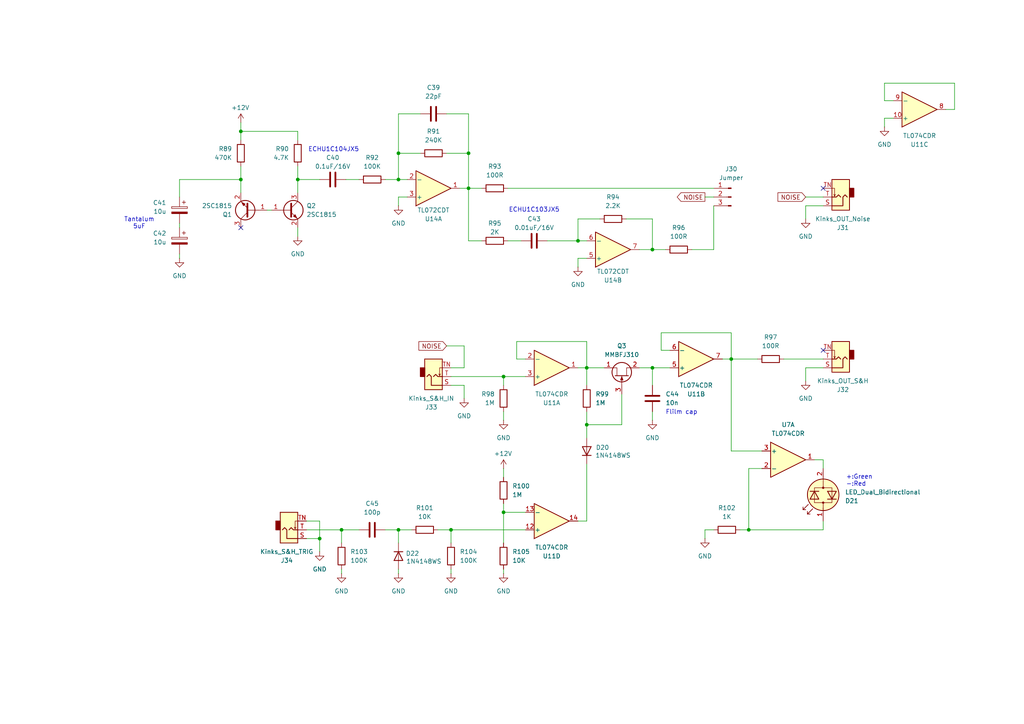
<source format=kicad_sch>
(kicad_sch (version 20250114) (generator "eeschema") (generator_version "9.0")
  (paper "A4")
  (title_block (title "Sample and hold") (date "2025-07-31") (rev "2.1") (company "StudioKAT"))
  (lib_symbols
    (symbol "Amplifier_Operational:TL072" (pin_names (offset 0.127))
      (property "Reference" "U" (at 0 5.08 0))
      (property "Value" "TL072" (at 0 -5.08 0))
      (symbol "TL072_1_1"
        (polyline (pts (xy -5.08 5.08) (xy 5.08 0) (xy -5.08 -5.08) (xy -5.08 5.08)) (stroke (width 0.254)) (fill (type background)))
        (pin input line (at -7.62 2.54 0) (length 2.54) (name "+") (number "3"))
        (pin input line (at -7.62 -2.54 0) (length 2.54) (name "-") (number "2"))
        (pin output line (at 7.62 0 180) (length 2.54) (name "~") (number "1"))
      )
      (symbol "TL072_2_1"
        (polyline (pts (xy -5.08 5.08) (xy 5.08 0) (xy -5.08 -5.08) (xy -5.08 5.08)) (stroke (width 0.254)) (fill (type background)))
        (pin input line (at -7.62 2.54 0) (length 2.54) (name "+") (number "5"))
        (pin input line (at -7.62 -2.54 0) (length 2.54) (name "-") (number "6"))
        (pin output line (at 7.62 0 180) (length 2.54) (name "~") (number "7"))
      )
      (symbol "TL072_3_1"
        (pin power_in line (at -2.54 7.62 270) (length 3.81) (name "V+") (number "8"))
        (pin power_in line (at -2.54 -7.62 90) (length 3.81) (name "V-") (number "4"))
      )
    )
    (symbol "Amplifier_Operational:TL074" (pin_names (offset 0.127))
      (property "Reference" "U" (at 0 5.08 0))
      (property "Value" "TL074" (at 0 -5.08 0))
      (symbol "TL074_1_1"
        (polyline (pts (xy -5.08 5.08) (xy 5.08 0) (xy -5.08 -5.08) (xy -5.08 5.08)) (stroke (width 0.254)) (fill (type background)))
        (pin input line (at -7.62 2.54 0) (length 2.54) (name "+") (number "3"))
        (pin input line (at -7.62 -2.54 0) (length 2.54) (name "-") (number "2"))
        (pin output line (at 7.62 0 180) (length 2.54) (name "~") (number "1"))
      )
      (symbol "TL074_2_1"
        (polyline (pts (xy -5.08 5.08) (xy 5.08 0) (xy -5.08 -5.08) (xy -5.08 5.08)) (stroke (width 0.254)) (fill (type background)))
        (pin input line (at -7.62 2.54 0) (length 2.54) (name "+") (number "5"))
        (pin input line (at -7.62 -2.54 0) (length 2.54) (name "-") (number "6"))
        (pin output line (at 7.62 0 180) (length 2.54) (name "~") (number "7"))
      )
      (symbol "TL074_3_1"
        (polyline (pts (xy -5.08 5.08) (xy 5.08 0) (xy -5.08 -5.08) (xy -5.08 5.08)) (stroke (width 0.254)) (fill (type background)))
        (pin input line (at -7.62 2.54 0) (length 2.54) (name "+") (number "10"))
        (pin input line (at -7.62 -2.54 0) (length 2.54) (name "-") (number "9"))
        (pin output line (at 7.62 0 180) (length 2.54) (name "~") (number "8"))
      )
      (symbol "TL074_4_1"
        (polyline (pts (xy -5.08 5.08) (xy 5.08 0) (xy -5.08 -5.08) (xy -5.08 5.08)) (stroke (width 0.254)) (fill (type background)))
        (pin input line (at -7.62 2.54 0) (length 2.54) (name "+") (number "12"))
        (pin input line (at -7.62 -2.54 0) (length 2.54) (name "-") (number "13"))
        (pin output line (at 7.62 0 180) (length 2.54) (name "~") (number "14"))
      )
      (symbol "TL074_5_1"
        (pin power_in line (at -2.54 7.62 270) (length 3.81) (name "V+") (number "4"))
        (pin power_in line (at -2.54 -7.62 90) (length 3.81) (name "V-") (number "11"))
      )
    )
    (symbol "Connector:Conn_01x03_Pin" (pin_names (offset 1.016) (hide yes))
      (property "Reference" "J" (at 0 5.08 0))
      (property "Value" "Conn_01x03_Pin" (at 0 -5.08 0))
      (symbol "Conn_01x03_Pin_1_1"
        (rectangle (start 0.8636 2.667) (end 0 2.413) (stroke (width 0.1524)) (fill (type outline)))
        (rectangle (start 0.8636 0.127) (end 0 -0.127) (stroke (width 0.1524)) (fill (type outline)))
        (rectangle (start 0.8636 -2.413) (end 0 -2.667) (stroke (width 0.1524)) (fill (type outline)))
        (polyline (pts (xy 1.27 2.54) (xy 0.8636 2.54)) (stroke (width 0.1524)))
        (polyline (pts (xy 1.27 0) (xy 0.8636 0)) (stroke (width 0.1524)))
        (polyline (pts (xy 1.27 -2.54) (xy 0.8636 -2.54)) (stroke (width 0.1524)))
        (pin passive line (at 5.08 2.54 180) (length 3.81) (name "Pin_1") (number "1"))
        (pin passive line (at 5.08 0 180) (length 3.81) (name "Pin_2") (number "2"))
        (pin passive line (at 5.08 -2.54 180) (length 3.81) (name "Pin_3") (number "3"))
      )
    )
    (symbol "Connector_Audio:AudioJack2_SwitchT"
      (property "Reference" "J" (at 0 8.89 0))
      (property "Value" "AudioJack2_SwitchT" (at 0 6.35 0))
      (symbol "AudioJack2_SwitchT_0_1"
        (rectangle (start -2.54 0) (end -3.81 -2.54) (stroke (width 0.254)) (fill (type outline)))
        (polyline (pts (xy 0 0) (xy 0.635 -0.635) (xy 1.27 0) (xy 2.54 0)) (stroke (width 0.254)))
        (polyline (pts (xy 1.778 -0.254) (xy 2.032 -0.762)))
        (rectangle (start 2.54 3.81) (end -2.54 -5.08) (stroke (width 0.254)) (fill (type background)))
        (polyline (pts (xy 2.54 2.54) (xy -0.635 2.54) (xy -0.635 0) (xy -1.27 -0.635) (xy -1.905 0)) (stroke (width 0.254)))
        (polyline (pts (xy 2.54 -2.54) (xy 1.778 -2.54) (xy 1.778 -0.254) (xy 1.524 -0.762)))
      )
      (symbol "AudioJack2_SwitchT_1_1"
        (pin passive line (at 5.08 2.54 180) (length 2.54) (name "~") (number "S"))
        (pin passive line (at 5.08 0 180) (length 2.54) (name "~") (number "T"))
        (pin passive line (at 5.08 -2.54 180) (length 2.54) (name "~") (number "TN"))
      )
    )
    (symbol "Device:C" (pin_numbers (hide yes)) (pin_names (offset 0.254))
      (property "Reference" "C" (at 0.635 2.54 0))
      (property "Value" "C" (at 0.635 -2.54 0))
      (symbol "C_0_1"
        (polyline (pts (xy -2.032 0.762) (xy 2.032 0.762)) (stroke (width 0.508)))
        (polyline (pts (xy -2.032 -0.762) (xy 2.032 -0.762)) (stroke (width 0.508)))
      )
      (symbol "C_1_1"
        (pin passive line (at 0 3.81 270) (length 2.794) (name "~") (number "1"))
        (pin passive line (at 0 -3.81 90) (length 2.794) (name "~") (number "2"))
      )
    )
    (symbol "Device:C_Polarized" (pin_numbers (hide yes)) (pin_names (offset 0.254))
      (property "Reference" "C" (at 0.635 2.54 0))
      (property "Value" "C_Polarized" (at 0.635 -2.54 0))
      (symbol "C_Polarized_0_1"
        (rectangle (start -2.286 0.508) (end 2.286 1.016))
        (polyline (pts (xy -1.778 2.286) (xy -0.762 2.286)))
        (polyline (pts (xy -1.27 2.794) (xy -1.27 1.778)))
        (rectangle (start 2.286 -0.508) (end -2.286 -1.016) (fill (type outline)))
      )
      (symbol "C_Polarized_1_1"
        (pin passive line (at 0 3.81 270) (length 2.794) (name "~") (number "1"))
        (pin passive line (at 0 -3.81 90) (length 2.794) (name "~") (number "2"))
      )
    )
    (symbol "Device:LED_Dual_Bidirectional" (pin_names (offset 0) (hide yes))
      (property "Reference" "D" (at 0 5.715 0))
      (property "Value" "LED_Dual_Bidirectional" (at 0 -6.35 0))
      (symbol "LED_Dual_Bidirectional_0_1"
        (polyline (pts (xy -4.572 0) (xy -2.54 0)))
        (circle (center -2.032 0) (radius 0.254) (fill (type outline)))
        (polyline (pts (xy -2.032 0) (xy -2.54 0)))
        (polyline (pts (xy -1.016 3.81) (xy -1.016 1.27)) (stroke (width 0.254)))
        (polyline (pts (xy -1.016 -1.27) (xy -1.016 -3.81) (xy 1.27 -2.54) (xy -1.016 -1.27)) (stroke (width 0.254)))
        (circle (center 0 0) (radius 4.572) (stroke (width 0.254)) (fill (type background)))
        (polyline (pts (xy 1.27 3.81) (xy 1.27 1.27) (xy -1.016 2.54) (xy 1.27 3.81)) (stroke (width 0.254)))
        (polyline (pts (xy 1.27 -1.27) (xy 1.27 -3.81)) (stroke (width 0.254)))
        (polyline (pts (xy 2.286 2.54) (xy -2.032 2.54) (xy -2.032 -2.54) (xy 2.286 -2.54) (xy 2.286 2.54)))
        (circle (center 2.286 0) (radius 0.254) (fill (type outline)))
        (polyline (pts (xy 2.794 4.318) (xy 4.318 5.842) (xy 3.556 5.842)) (stroke (width 0.2032)))
        (polyline (pts (xy 4.064 3.048) (xy 5.588 4.572) (xy 4.826 4.572)) (stroke (width 0.2032)))
        (polyline (pts (xy 4.064 0) (xy 2.286 0)) (fill (type outline)))
        (polyline (pts (xy 4.318 5.842) (xy 4.318 5.08)) (stroke (width 0.2032)))
        (polyline (pts (xy 5.588 4.572) (xy 5.588 3.81)) (stroke (width 0.2032)))
      )
      (symbol "LED_Dual_Bidirectional_1_1"
        (pin input line (at -7.62 0 0) (length 3.048) (name "AK") (number "2"))
        (pin input line (at 7.62 0 180) (length 3.81) (name "KA") (number "1"))
      )
    )
    (symbol "Device:R" (pin_numbers (hide yes)) (pin_names (offset 0))
      (property "Reference" "R" (at 2.032 0 90))
      (property "Value" "R" (at 0 0 90))
      (symbol "R_0_1"
        (rectangle (start -1.016 -2.54) (end 1.016 2.54) (stroke (width 0.254)))
      )
      (symbol "R_1_1"
        (pin passive line (at 0 3.81 270) (length 1.27) (name "~") (number "1"))
        (pin passive line (at 0 -3.81 90) (length 1.27) (name "~") (number "2"))
      )
    )
    (symbol "Diode:1N4148WS" (pin_numbers (hide yes)) (pin_names (hide yes))
      (property "Reference" "D" (at 0 2.54 0))
      (property "Value" "1N4148WS" (at 0 -2.54 0))
      (symbol "1N4148WS_0_1"
        (polyline (pts (xy -1.27 1.27) (xy -1.27 -1.27)) (stroke (width 0.254)))
        (polyline (pts (xy 1.27 1.27) (xy 1.27 -1.27) (xy -1.27 0) (xy 1.27 1.27)) (stroke (width 0.254)))
        (polyline (pts (xy 1.27 0) (xy -1.27 0)))
      )
      (symbol "1N4148WS_1_1"
        (pin passive line (at -3.81 0 0) (length 2.54) (name "K") (number "1"))
        (pin passive line (at 3.81 0 180) (length 2.54) (name "A") (number "2"))
      )
    )
    (symbol "Transistor_BJT:MMBT3904" (pin_names (offset 0) (hide yes))
      (property "Reference" "Q" (at 5.08 1.905 0))
      (property "Value" "MMBT3904" (at 5.08 0 0))
      (symbol "MMBT3904_0_1"
        (polyline (pts (xy -2.54 0) (xy 0.635 0)))
        (polyline (pts (xy 0.635 1.905) (xy 0.635 -1.905)) (stroke (width 0.508)))
        (circle (center 1.27 0) (radius 2.8194) (stroke (width 0.254)))
      )
      (symbol "MMBT3904_1_1"
        (polyline (pts (xy 0.635 0.635) (xy 2.54 2.54)))
        (polyline (pts (xy 0.635 -0.635) (xy 2.54 -2.54)))
        (polyline (pts (xy 1.27 -1.778) (xy 1.778 -1.27) (xy 2.286 -2.286) (xy 1.27 -1.778)) (fill (type outline)))
        (pin input line (at -5.08 0 0) (length 2.54) (name "B") (number "1"))
        (pin passive line (at 2.54 5.08 270) (length 2.54) (name "C") (number "3"))
        (pin passive line (at 2.54 -5.08 90) (length 2.54) (name "E") (number "2"))
      )
    )
    (symbol "Transistor_FET:MMBFJ111" (pin_names (hide yes))
      (property "Reference" "Q" (at 5.08 1.905 0))
      (property "Value" "MMBFJ111" (at 5.08 0 0))
      (symbol "MMBFJ111_0_1"
        (polyline (pts (xy 0 0) (xy -1.016 0.381) (xy -1.016 -0.381) (xy 0 0)) (fill (type outline)))
        (polyline (pts (xy 0.254 1.905) (xy 0.254 -1.905)) (stroke (width 0.254)))
        (polyline (pts (xy 0.254 0) (xy -2.54 0)))
        (circle (center 1.27 0) (radius 2.8194) (stroke (width 0.254)))
        (polyline (pts (xy 2.54 2.54) (xy 2.54 1.397) (xy 0.254 1.397)))
        (polyline (pts (xy 2.54 -2.54) (xy 2.54 -1.397) (xy 0.254 -1.397)))
      )
      (symbol "MMBFJ111_1_1"
        (pin input line (at -5.08 0 0) (length 2.54) (name "G") (number "3"))
        (pin passive line (at 2.54 5.08 270) (length 2.54) (name "D") (number "1"))
        (pin passive line (at 2.54 -5.08 90) (length 2.54) (name "S") (number "2"))
      )
    )
    (symbol "power:+12V" (power) (pin_numbers (hide yes)) (pin_names (offset 0) (hide yes))
      (property "Value" "+12V" (at 0 3.556 0))
      (symbol "+12V_0_1"
        (polyline (pts (xy -0.762 1.27) (xy 0 2.54)))
        (polyline (pts (xy 0 2.54) (xy 0.762 1.27)))
        (polyline (pts (xy 0 0) (xy 0 2.54)))
      )
      (symbol "+12V_1_1"
        (pin power_in line (at 0 0 90) (length 0) (name "~") (number "1"))
      )
    )
    (symbol "power:GND" (power) (pin_numbers (hide yes)) (pin_names (offset 0) (hide yes))
      (property "Value" "GND" (at 0 -3.81 0))
      (symbol "GND_0_1"
        (polyline (pts (xy 0 0) (xy 0 -1.27) (xy 1.27 -1.27) (xy 0 -2.54) (xy -1.27 -1.27) (xy 0 -1.27)))
      )
      (symbol "GND_1_1"
        (pin power_in line (at 0 0 270) (length 0) (name "~") (number "1"))
      )
    )
  )
  (text "Flilm cap" (at 193.04 119.634 0) (effects (font (size 1.27 1.27)) (justify left)))
  (text "ECHU1C104JX5" (at 96.774 43.434 0) (effects (font (size 1.27 1.27))))
  (text "ECHU1C103JX5" (at 154.94 60.96 0) (effects (font (size 1.27 1.27))))
  (text "+:Green\n-:Red" (at 245.364 139.446 0) (effects (font (size 1.27 1.27)) (justify left)))
  (text "Tantalum\n5uF" (at 40.386 64.77 0) (effects (font (size 1.27 1.27))))
  (junction (at 217.17 153.67))
  (junction (at 170.18 106.68))
  (junction (at 189.23 72.39))
  (junction (at 212.09 104.14))
  (junction (at 146.05 109.22))
  (junction (at 130.81 153.67))
  (junction (at 115.57 44.45))
  (junction (at 189.23 106.68))
  (junction (at 115.57 52.07))
  (junction (at 135.89 44.45))
  (junction (at 135.89 54.61))
  (junction (at 167.64 69.85))
  (junction (at 92.71 156.21))
  (junction (at 115.57 153.67))
  (junction (at 99.06 153.67))
  (junction (at 86.36 52.07))
  (junction (at 170.18 123.19))
  (junction (at 146.05 148.59))
  (junction (at 69.85 38.1))
  (junction (at 69.85 52.07))
  (no_connect (at 69.85 66.04))
  (no_connect (at 238.76 101.6))
  (no_connect (at 238.76 54.61))
  (wire (pts (xy 133.35 54.61) (xy 135.89 54.61)))
  (wire (pts (xy 170.18 74.93) (xy 167.64 74.93)))
  (wire (pts (xy 129.54 33.02) (xy 135.89 33.02)))
  (wire (pts (xy 92.71 156.21) (xy 92.71 160.02)))
  (wire (pts (xy 189.23 106.68) (xy 189.23 111.76)))
  (wire (pts (xy 121.92 33.02) (xy 115.57 33.02)))
  (wire (pts (xy 69.85 52.07) (xy 69.85 55.88)))
  (wire (pts (xy 189.23 72.39) (xy 185.42 72.39)))
  (wire (pts (xy 238.76 153.67) (xy 238.76 151.13)))
  (wire (pts (xy 233.68 59.69) (xy 233.68 63.5)))
  (wire (pts (xy 135.89 33.02) (xy 135.89 44.45)))
  (wire (pts (xy 238.76 106.68) (xy 233.68 106.68)))
  (wire (pts (xy 99.06 165.1) (xy 99.06 166.37)))
  (wire (pts (xy 52.07 73.66) (xy 52.07 74.93)))
  (wire (pts (xy 238.76 59.69) (xy 233.68 59.69)))
  (wire (pts (xy 191.77 101.6) (xy 191.77 96.52)))
  (wire (pts (xy 194.31 106.68) (xy 189.23 106.68)))
  (wire (pts (xy 217.17 135.89) (xy 220.98 135.89)))
  (wire (pts (xy 69.85 38.1) (xy 69.85 40.64)))
  (wire (pts (xy 259.08 29.21) (xy 256.54 29.21)))
  (wire (pts (xy 212.09 104.14) (xy 212.09 130.81)))
  (wire (pts (xy 191.77 96.52) (xy 212.09 96.52)))
  (wire (pts (xy 99.06 153.67) (xy 104.14 153.67)))
  (wire (pts (xy 115.57 52.07) (xy 118.11 52.07)))
  (wire (pts (xy 88.9 153.67) (xy 99.06 153.67)))
  (wire (pts (xy 130.81 153.67) (xy 130.81 157.48)))
  (wire (pts (xy 146.05 146.05) (xy 146.05 148.59)))
  (wire (pts (xy 204.47 153.67) (xy 204.47 156.21)))
  (wire (pts (xy 233.68 57.15) (xy 238.76 57.15)))
  (wire (pts (xy 170.18 123.19) (xy 170.18 127)))
  (wire (pts (xy 173.99 63.5) (xy 167.64 63.5)))
  (wire (pts (xy 180.34 123.19) (xy 170.18 123.19)))
  (wire (pts (xy 115.57 153.67) (xy 119.38 153.67)))
  (wire (pts (xy 146.05 109.22) (xy 152.4 109.22)))
  (wire (pts (xy 86.36 38.1) (xy 69.85 38.1)))
  (wire (pts (xy 158.75 69.85) (xy 167.64 69.85)))
  (wire (pts (xy 152.4 153.67) (xy 130.81 153.67)))
  (wire (pts (xy 88.9 151.13) (xy 92.71 151.13)))
  (wire (pts (xy 111.76 153.67) (xy 115.57 153.67)))
  (wire (pts (xy 227.33 104.14) (xy 238.76 104.14)))
  (wire (pts (xy 276.86 24.13) (xy 276.86 31.75)))
  (wire (pts (xy 209.55 104.14) (xy 212.09 104.14)))
  (wire (pts (xy 52.07 52.07) (xy 69.85 52.07)))
  (wire (pts (xy 69.85 48.26) (xy 69.85 52.07)))
  (wire (pts (xy 170.18 106.68) (xy 170.18 111.76)))
  (wire (pts (xy 212.09 104.14) (xy 219.71 104.14)))
  (wire (pts (xy 146.05 148.59) (xy 152.4 148.59)))
  (wire (pts (xy 181.61 63.5) (xy 189.23 63.5)))
  (wire (pts (xy 146.05 165.1) (xy 146.05 166.37)))
  (wire (pts (xy 52.07 57.15) (xy 52.07 52.07)))
  (wire (pts (xy 118.11 57.15) (xy 115.57 57.15)))
  (wire (pts (xy 170.18 119.38) (xy 170.18 123.19)))
  (wire (pts (xy 115.57 57.15) (xy 115.57 59.69)))
  (wire (pts (xy 115.57 44.45) (xy 115.57 52.07)))
  (wire (pts (xy 115.57 33.02) (xy 115.57 44.45)))
  (wire (pts (xy 88.9 156.21) (xy 92.71 156.21)))
  (wire (pts (xy 189.23 63.5) (xy 189.23 72.39)))
  (wire (pts (xy 207.01 59.69) (xy 207.01 72.39)))
  (wire (pts (xy 92.71 151.13) (xy 92.71 156.21)))
  (wire (pts (xy 139.7 69.85) (xy 135.89 69.85)))
  (wire (pts (xy 236.22 133.35) (xy 238.76 133.35)))
  (wire (pts (xy 207.01 153.67) (xy 204.47 153.67)))
  (wire (pts (xy 129.54 100.33) (xy 134.62 100.33)))
  (wire (pts (xy 115.57 165.1) (xy 115.57 166.37)))
  (wire (pts (xy 86.36 52.07) (xy 86.36 55.88)))
  (wire (pts (xy 214.63 153.67) (xy 217.17 153.67)))
  (wire (pts (xy 217.17 153.67) (xy 238.76 153.67)))
  (wire (pts (xy 121.92 44.45) (xy 115.57 44.45)))
  (wire (pts (xy 152.4 104.14) (xy 149.86 104.14)))
  (wire (pts (xy 256.54 24.13) (xy 276.86 24.13)))
  (wire (pts (xy 130.81 111.76) (xy 134.62 111.76)))
  (wire (pts (xy 167.64 69.85) (xy 170.18 69.85)))
  (wire (pts (xy 189.23 72.39) (xy 193.04 72.39)))
  (wire (pts (xy 204.47 57.15) (xy 207.01 57.15)))
  (wire (pts (xy 135.89 69.85) (xy 135.89 54.61)))
  (wire (pts (xy 170.18 151.13) (xy 167.64 151.13)))
  (wire (pts (xy 256.54 29.21) (xy 256.54 24.13)))
  (wire (pts (xy 134.62 100.33) (xy 134.62 106.68)))
  (wire (pts (xy 115.57 157.48) (xy 115.57 153.67)))
  (wire (pts (xy 276.86 31.75) (xy 274.32 31.75)))
  (wire (pts (xy 149.86 99.06) (xy 170.18 99.06)))
  (wire (pts (xy 170.18 99.06) (xy 170.18 106.68)))
  (wire (pts (xy 135.89 44.45) (xy 135.89 54.61)))
  (wire (pts (xy 111.76 52.07) (xy 115.57 52.07)))
  (wire (pts (xy 170.18 106.68) (xy 175.26 106.68)))
  (wire (pts (xy 52.07 64.77) (xy 52.07 66.04)))
  (wire (pts (xy 100.33 52.07) (xy 104.14 52.07)))
  (wire (pts (xy 212.09 96.52) (xy 212.09 104.14)))
  (wire (pts (xy 189.23 119.38) (xy 189.23 121.92)))
  (wire (pts (xy 130.81 106.68) (xy 134.62 106.68)))
  (wire (pts (xy 217.17 135.89) (xy 217.17 153.67)))
  (wire (pts (xy 194.31 101.6) (xy 191.77 101.6)))
  (wire (pts (xy 149.86 104.14) (xy 149.86 99.06)))
  (wire (pts (xy 130.81 109.22) (xy 146.05 109.22)))
  (wire (pts (xy 86.36 40.64) (xy 86.36 38.1)))
  (wire (pts (xy 99.06 153.67) (xy 99.06 157.48)))
  (wire (pts (xy 146.05 135.89) (xy 146.05 138.43)))
  (wire (pts (xy 238.76 133.35) (xy 238.76 135.89)))
  (wire (pts (xy 86.36 52.07) (xy 92.71 52.07)))
  (wire (pts (xy 167.64 74.93) (xy 167.64 77.47)))
  (wire (pts (xy 86.36 66.04) (xy 86.36 68.58)))
  (wire (pts (xy 134.62 111.76) (xy 134.62 115.57)))
  (wire (pts (xy 167.64 63.5) (xy 167.64 69.85)))
  (wire (pts (xy 135.89 54.61) (xy 139.7 54.61)))
  (wire (pts (xy 212.09 130.81) (xy 220.98 130.81)))
  (wire (pts (xy 207.01 72.39) (xy 200.66 72.39)))
  (wire (pts (xy 147.32 54.61) (xy 207.01 54.61)))
  (wire (pts (xy 170.18 106.68) (xy 167.64 106.68)))
  (wire (pts (xy 86.36 48.26) (xy 86.36 52.07)))
  (wire (pts (xy 69.85 35.56) (xy 69.85 38.1)))
  (wire (pts (xy 233.68 106.68) (xy 233.68 110.49)))
  (wire (pts (xy 170.18 134.62) (xy 170.18 151.13)))
  (wire (pts (xy 256.54 34.29) (xy 256.54 36.83)))
  (wire (pts (xy 185.42 106.68) (xy 189.23 106.68)))
  (wire (pts (xy 77.47 60.96) (xy 78.74 60.96)))
  (wire (pts (xy 129.54 44.45) (xy 135.89 44.45)))
  (wire (pts (xy 127 153.67) (xy 130.81 153.67)))
  (wire (pts (xy 259.08 34.29) (xy 256.54 34.29)))
  (wire (pts (xy 146.05 148.59) (xy 146.05 157.48)))
  (wire (pts (xy 180.34 114.3) (xy 180.34 123.19)))
  (wire (pts (xy 146.05 109.22) (xy 146.05 111.76)))
  (wire (pts (xy 146.05 119.38) (xy 146.05 121.92)))
  (wire (pts (xy 130.81 165.1) (xy 130.81 166.37)))
  (wire (pts (xy 147.32 69.85) (xy 151.13 69.85)))
  (global_label "NOISE" (shape input) (at 233.68 57.15 180) (property "Intersheetrefs" "${INTERSHEET_REFS}" (effects (hide yes))))
  (global_label "NOISE" (shape input) (at 129.54 100.33 180) (property "Intersheetrefs" "${INTERSHEET_REFS}" (effects (hide yes))))
  (global_label "NOISE" (shape output) (at 204.47 57.15 180) (property "Intersheetrefs" "${INTERSHEET_REFS}" (effects (hide yes))))
  (symbol (lib_id "power:GND") (at 115.57 59.69 0) (unit 1)
    (property "Reference" "#PWR087" (effects (hide yes)))
    (property "Value" "GND" (at 115.57 64.77 0))
    (property "Description" "Power symbol creates a global label with name \"GND\" , ground" (effects (hide yes)))
  )
  (symbol (lib_id "Device:R") (at 196.85 72.39 90) (unit 1)
    (property "Reference" "R96" (at 196.85 66.04 90))
    (property "Value" "100R" (at 196.85 68.58 90))
    (property "Footprint" "Resistor_SMD:R_0402_1005Metric" (effects (hide yes)))
    (property "Description" "Resistor" (effects (hide yes)))
    (property "LCSC" "C25076" (effects (hide yes)))
  )
  (symbol (lib_id "power:+12V") (at 146.05 135.89 0) (unit 1)
    (property "Reference" "#PWR096" (effects (hide yes)))
    (property "Value" "+12V" (at 143.256 131.572 0) (effects (justify left)))
    (property "Description" "Power symbol creates a global label with name \"+12V\"" (effects (hide yes)))
  )
  (symbol (lib_id "Device:R") (at 143.51 69.85 90) (unit 1)
    (property "Reference" "R95" (at 143.51 64.77 90))
    (property "Value" "2K" (at 143.51 67.31 90))
    (property "Footprint" "Resistor_SMD:R_0603_1608Metric" (effects (hide yes)))
    (property "Description" "Resistor" (effects (hide yes)))
    (property "LCSC" "C22975" (effects (hide yes)))
  )
  (symbol (lib_id "Device:R") (at 223.52 104.14 90) (unit 1)
    (property "Reference" "R97" (at 223.52 97.79 90))
    (property "Value" "100R" (at 223.52 100.33 90))
    (property "Footprint" "Resistor_SMD:R_0402_1005Metric" (effects (hide yes)))
    (property "Description" "Resistor" (effects (hide yes)))
    (property "LCSC" "C25076" (effects (hide yes)))
  )
  (symbol (lib_id "Device:R") (at 143.51 54.61 90) (unit 1)
    (property "Reference" "R93" (at 143.51 48.26 90))
    (property "Value" "100R" (at 143.51 50.8 90))
    (property "Footprint" "Resistor_SMD:R_0402_1005Metric" (effects (hide yes)))
    (property "Description" "Resistor" (effects (hide yes)))
    (property "LCSC" "C25076" (effects (hide yes)))
  )
  (symbol (lib_id "power:GND") (at 130.81 166.37 0) (unit 1)
    (property "Reference" "#PWR0101" (effects (hide yes)))
    (property "Value" "GND" (at 130.81 171.45 0))
    (property "Description" "Power symbol creates a global label with name \"GND\" , ground" (effects (hide yes)))
  )
  (symbol (lib_id "power:GND") (at 115.57 166.37 0) (unit 1)
    (property "Reference" "#PWR0100" (effects (hide yes)))
    (property "Value" "GND" (at 115.57 171.45 0))
    (property "Description" "Power symbol creates a global label with name \"GND\" , ground" (effects (hide yes)))
  )
  (symbol (lib_id "Device:R") (at 146.05 161.29 0) (unit 1)
    (property "Reference" "R105" (at 148.59 160.0199 0) (effects (justify left)))
    (property "Value" "10K" (at 148.59 162.5599 0) (effects (justify left)))
    (property "Footprint" "Resistor_SMD:R_0402_1005Metric" (effects (hide yes)))
    (property "Description" "Resistor" (effects (hide yes)))
    (property "LCSC" "C25744" (effects (hide yes)))
  )
  (symbol (lib_id "Transistor_FET:MMBFJ111") (at 180.34 109.22 90) (unit 1)
    (property "Reference" "Q3" (at 180.34 100.33 90))
    (property "Value" "MMBFJ310" (at 180.34 102.87 90))
    (property "Footprint" "Package_TO_SOT_SMD:SOT-23" (effects (hide yes)))
    (property "Datasheet" "https://www.onsemi.com/pub/Collateral/MMBFJ113-D.PDF" (effects (hide yes)))
    (property "Description" "20mA min, 35V, 30mOhm max, 3-10V Vgs(off), N-Channel JFET, SOT-23" (effects (hide yes)))
    (property "LCSC" "C33416" (effects (hide yes)))
  )
  (symbol (lib_id "Connector_Audio:AudioJack2_SwitchT") (at 125.73 109.22 0) (mirror x) (unit 1)
    (property "Reference" "J33" (at 125.095 118.11 0))
    (property "Value" "Kinks_S&H_IN" (at 125.095 115.57 0))
    (property "Footprint" "kat_eurorack:AudioJack_PJ301M-12" (effects (hide yes)))
    (property "Description" "Audio Jack, 2 Poles (Mono / TS), Switched T Pole (Normalling)" (effects (hide yes)))
  )
  (symbol (lib_id "Amplifier_Operational:TL074") (at 160.02 151.13 0) (mirror x) (unit 4)
    (property "Reference" "U11" (at 160.02 161.29 0))
    (property "Value" "TL074CDR" (at 160.02 158.75 0))
    (property "Footprint" "Package_SO:SOIC-14_3.9x8.7mm_P1.27mm" (effects (hide yes)))
    (property "Datasheet" "http://www.ti.com/lit/ds/symlink/tl071.pdf" (effects (hide yes)))
    (property "Description" "Quad Low-Noise JFET-Input Operational Amplifiers, DIP-14/SOIC-14" (effects (hide yes)))
    (property "LCSC" "C12594" (effects (hide yes)))
  )
  (symbol (lib_id "Device:R") (at 130.81 161.29 0) (unit 1)
    (property "Reference" "R104" (at 133.35 160.0199 0) (effects (justify left)))
    (property "Value" "100K" (at 133.35 162.5599 0) (effects (justify left)))
    (property "Footprint" "Resistor_SMD:R_0402_1005Metric" (effects (hide yes)))
    (property "Description" "Resistor" (effects (hide yes)))
    (property "LCSC" "C25741" (effects (hide yes)))
  )
  (symbol (lib_id "Device:C") (at 189.23 115.57 0) (unit 1)
    (property "Reference" "C44" (at 193.04 114.2999 0) (effects (justify left)))
    (property "Value" "10n" (at 193.04 116.8399 0) (effects (justify left)))
    (property "Footprint" "Capacitor_THT:C_Rect_L7.2mm_W2.5mm_P5.00mm_FKS2_FKP2_MKS2_MKP2" (effects (hide yes)))
    (property "Description" "Unpolarized capacitor" (effects (hide yes)))
  )
  (symbol (lib_id "Device:R") (at 146.05 115.57 0) (mirror y) (unit 1)
    (property "Reference" "R98" (at 143.51 114.2999 0) (effects (justify left)))
    (property "Value" "1M" (at 143.51 116.8399 0) (effects (justify left)))
    (property "Footprint" "Resistor_SMD:R_0402_1005Metric" (effects (hide yes)))
    (property "Description" "Resistor" (effects (hide yes)))
    (property "LCSC" "C26083" (effects (hide yes)))
  )
  (symbol (lib_id "Device:R") (at 99.06 161.29 0) (unit 1)
    (property "Reference" "R103" (at 101.6 160.0199 0) (effects (justify left)))
    (property "Value" "100K" (at 101.6 162.5599 0) (effects (justify left)))
    (property "Footprint" "Resistor_SMD:R_0402_1005Metric" (effects (hide yes)))
    (property "Description" "Resistor" (effects (hide yes)))
    (property "LCSC" "C25741" (effects (hide yes)))
  )
  (symbol (lib_id "power:GND") (at 146.05 166.37 0) (unit 1)
    (property "Reference" "#PWR0102" (effects (hide yes)))
    (property "Value" "GND" (at 146.05 171.45 0))
    (property "Description" "Power symbol creates a global label with name \"GND\" , ground" (effects (hide yes)))
  )
  (symbol (lib_id "Amplifier_Operational:TL074") (at 228.6 133.35 0) (unit 1)
    (property "Reference" "U7" (at 228.6 123.19 0))
    (property "Value" "TL074CDR" (at 228.6 125.73 0))
    (property "Footprint" "Package_SO:SOIC-14_3.9x8.7mm_P1.27mm" (effects (hide yes)))
    (property "Datasheet" "http://www.ti.com/lit/ds/symlink/tl071.pdf" (effects (hide yes)))
    (property "Description" "Quad Low-Noise JFET-Input Operational Amplifiers, DIP-14/SOIC-14" (effects (hide yes)))
    (property "LCSC" "C12594" (effects (hide yes)))
  )
  (symbol (lib_id "Device:C_Polarized") (at 52.07 60.96 0) (mirror y) (unit 1)
    (property "Reference" "C41" (at 48.26 58.8009 0) (effects (justify left)))
    (property "Value" "10u" (at 48.26 61.3409 0) (effects (justify left)))
    (property "Footprint" "Capacitor_Tantalum_SMD:CP_EIA-3216-18_Kemet-A" (effects (hide yes)))
    (property "Description" "Polarized capacitor" (effects (hide yes)))
    (property "LCSC" "C7171" (effects (hide yes)))
  )
  (symbol (lib_id "Amplifier_Operational:TL074") (at 266.7 31.75 0) (mirror x) (unit 3)
    (property "Reference" "U11" (at 266.7 41.91 0))
    (property "Value" "TL074CDR" (at 266.7 39.37 0))
    (property "Footprint" "Package_SO:SOIC-14_3.9x8.7mm_P1.27mm" (effects (hide yes)))
    (property "Datasheet" "http://www.ti.com/lit/ds/symlink/tl071.pdf" (effects (hide yes)))
    (property "Description" "Quad Low-Noise JFET-Input Operational Amplifiers, DIP-14/SOIC-14" (effects (hide yes)))
    (property "LCSC" "C12594" (effects (hide yes)))
  )
  (symbol (lib_id "Device:LED_Dual_Bidirectional") (at 238.76 143.51 90) (mirror x) (unit 1)
    (property "Reference" "D21" (at 245.11 145.2754 90) (effects (justify right)))
    (property "Value" "LED_Dual_Bidirectional" (at 245.11 142.7354 90) (effects (justify right)))
    (property "Footprint" "LED_THT:LED_D3.0mm" (effects (hide yes)))
    (property "Description" "Dual LED, bidirectional" (effects (hide yes)))
  )
  (symbol (lib_id "Device:C_Polarized") (at 52.07 69.85 0) (mirror y) (unit 1)
    (property "Reference" "C42" (at 48.26 67.6909 0) (effects (justify left)))
    (property "Value" "10u" (at 48.26 70.2309 0) (effects (justify left)))
    (property "Footprint" "Capacitor_Tantalum_SMD:CP_EIA-3216-18_Kemet-A" (effects (hide yes)))
    (property "Description" "Polarized capacitor" (effects (hide yes)))
    (property "LCSC" "C7171" (effects (hide yes)))
  )
  (symbol (lib_id "Connector_Audio:AudioJack2_SwitchT") (at 243.84 57.15 180) (unit 1)
    (property "Reference" "J31" (at 244.475 66.04 0))
    (property "Value" "Kinks_OUT_Noise" (at 244.475 63.5 0))
    (property "Footprint" "kat_eurorack:AudioJack_PJ301M-12" (effects (hide yes)))
    (property "Description" "Audio Jack, 2 Poles (Mono / TS), Switched T Pole (Normalling)" (effects (hide yes)))
  )
  (symbol (lib_id "Amplifier_Operational:TL074") (at 201.93 104.14 0) (mirror x) (unit 2)
    (property "Reference" "U11" (at 201.93 114.3 0))
    (property "Value" "TL074CDR" (at 201.93 111.76 0))
    (property "Footprint" "Package_SO:SOIC-14_3.9x8.7mm_P1.27mm" (effects (hide yes)))
    (property "Datasheet" "http://www.ti.com/lit/ds/symlink/tl071.pdf" (effects (hide yes)))
    (property "Description" "Quad Low-Noise JFET-Input Operational Amplifiers, DIP-14/SOIC-14" (effects (hide yes)))
    (property "LCSC" "C12594" (effects (hide yes)))
  )
  (symbol (lib_id "Transistor_BJT:MMBT3904") (at 83.82 60.96 0) (unit 1)
    (property "Reference" "Q2" (at 88.9 59.6899 0) (effects (justify left)))
    (property "Value" "2SC1815" (at 88.9 62.2299 0) (effects (justify left)))
    (property "Footprint" "Package_TO_SOT_SMD:SOT-23" (effects (hide yes)))
    (property "Description" "Small Signal NPN Transistor, SOT-23" (effects (hide yes)))
    (property "LCSC" "C20069143" (effects (hide yes)))
  )
  (symbol (lib_id "Connector_Audio:AudioJack2_SwitchT") (at 83.82 153.67 0) (mirror x) (unit 1)
    (property "Reference" "J34" (at 83.185 162.56 0))
    (property "Value" "Kinks_S&H_TRIG" (at 83.185 160.02 0))
    (property "Footprint" "kat_eurorack:AudioJack_PJ301M-12" (effects (hide yes)))
    (property "Description" "Audio Jack, 2 Poles (Mono / TS), Switched T Pole (Normalling)" (effects (hide yes)))
  )
  (symbol (lib_id "Device:R") (at 69.85 44.45 0) (mirror y) (unit 1)
    (property "Reference" "R89" (at 67.31 43.1799 0) (effects (justify left)))
    (property "Value" "470K" (at 67.31 45.7199 0) (effects (justify left)))
    (property "Footprint" "Resistor_SMD:R_0402_1005Metric" (effects (hide yes)))
    (property "Description" "Resistor" (effects (hide yes)))
    (property "LCSC" "C25790" (effects (hide yes)))
  )
  (symbol (lib_id "power:GND") (at 233.68 63.5 0) (unit 1)
    (property "Reference" "#PWR088" (effects (hide yes)))
    (property "Value" "GND" (at 233.68 68.58 0))
    (property "Description" "Power symbol creates a global label with name \"GND\" , ground" (effects (hide yes)))
  )
  (symbol (lib_id "Device:R") (at 107.95 52.07 90) (unit 1)
    (property "Reference" "R92" (at 107.95 45.72 90))
    (property "Value" "100K" (at 107.95 48.26 90))
    (property "Footprint" "Resistor_SMD:R_0402_1005Metric" (effects (hide yes)))
    (property "Description" "Resistor" (effects (hide yes)))
    (property "LCSC" "C25741" (effects (hide yes)))
  )
  (symbol (lib_id "power:GND") (at 167.64 77.47 0) (unit 1)
    (property "Reference" "#PWR091" (effects (hide yes)))
    (property "Value" "GND" (at 167.64 82.55 0))
    (property "Description" "Power symbol creates a global label with name \"GND\" , ground" (effects (hide yes)))
  )
  (symbol (lib_id "Device:C") (at 154.94 69.85 90) (unit 1)
    (property "Reference" "C43" (at 154.94 63.5 90))
    (property "Value" "0.01uF/16V" (at 154.94 66.04 90))
    (property "Footprint" "Capacitor_SMD:C_0805_2012Metric_Pad1.18x1.45mm_HandSolder" (effects (hide yes)))
    (property "Description" "Unpolarized capacitor" (effects (hide yes)))
  )
  (symbol (lib_id "power:+12V") (at 69.85 35.56 0) (unit 1)
    (property "Reference" "#PWR086" (effects (hide yes)))
    (property "Value" "+12V" (at 67.056 31.242 0) (effects (justify left)))
    (property "Description" "Power symbol creates a global label with name \"+12V\"" (effects (hide yes)))
  )
  (symbol (lib_id "Device:R") (at 125.73 44.45 90) (unit 1)
    (property "Reference" "R91" (at 125.73 38.1 90))
    (property "Value" "240K" (at 125.73 40.64 90))
    (property "Footprint" "Resistor_SMD:R_0603_1608Metric" (effects (hide yes)))
    (property "Description" "Resistor" (effects (hide yes)))
    (property "LCSC" "C4197" (effects (hide yes)))
  )
  (symbol (lib_id "Device:C") (at 107.95 153.67 90) (unit 1)
    (property "Reference" "C45" (at 107.95 146.05 90))
    (property "Value" "100p" (at 107.95 148.59 90))
    (property "Footprint" "Capacitor_SMD:C_0402_1005Metric" (effects (hide yes)))
    (property "Description" "Unpolarized capacitor" (effects (hide yes)))
    (property "LCSC" "C1546" (effects (hide yes)))
  )
  (symbol (lib_id "power:GND") (at 233.68 110.49 0) (unit 1)
    (property "Reference" "#PWR092" (effects (hide yes)))
    (property "Value" "GND" (at 233.68 115.57 0))
    (property "Description" "Power symbol creates a global label with name \"GND\" , ground" (effects (hide yes)))
  )
  (symbol (lib_id "Amplifier_Operational:TL072") (at 125.73 54.61 0) (mirror x) (unit 1)
    (property "Reference" "U14" (at 125.73 63.5 0))
    (property "Value" "TL072CDT" (at 125.73 60.96 0))
    (property "Footprint" "Package_SO:SOIC-8_3.9x4.9mm_P1.27mm" (effects (hide yes)))
    (property "Datasheet" "http://www.ti.com/lit/ds/symlink/tl071.pdf" (effects (hide yes)))
    (property "Description" "Dual Low-Noise JFET-Input Operational Amplifiers, DIP-8/SOIC-8" (effects (hide yes)))
    (property "LCSC" "C6961" (effects (hide yes)))
  )
  (symbol (lib_id "Connector:Conn_01x03_Pin") (at 212.09 57.15 0) (mirror y) (unit 1)
    (property "Reference" "J30" (at 212.09 49.022 0))
    (property "Value" "Jumper" (at 212.09 51.562 0))
    (property "Footprint" "Connector_PinHeader_2.54mm:PinHeader_1x03_P2.54mm_Vertical" (effects (hide yes)))
    (property "Description" "Generic connector, single row, 01x03, script generated" (effects (hide yes)))
  )
  (symbol (lib_id "Connector_Audio:AudioJack2_SwitchT") (at 243.84 104.14 180) (unit 1)
    (property "Reference" "J32" (at 244.475 113.03 0))
    (property "Value" "Kinks_OUT_S&H" (at 244.475 110.49 0))
    (property "Footprint" "kat_eurorack:AudioJack_PJ301M-12" (effects (hide yes)))
    (property "Description" "Audio Jack, 2 Poles (Mono / TS), Switched T Pole (Normalling)" (effects (hide yes)))
  )
  (symbol (lib_id "power:GND") (at 204.47 156.21 0) (unit 1)
    (property "Reference" "#PWR097" (effects (hide yes)))
    (property "Value" "GND" (at 204.47 161.29 0))
    (property "Description" "Power symbol creates a global label with name \"GND\" , ground" (effects (hide yes)))
  )
  (symbol (lib_id "Device:C") (at 96.52 52.07 90) (unit 1)
    (property "Reference" "C40" (at 96.52 45.72 90))
    (property "Value" "0.1uF/16V" (at 96.52 48.26 90))
    (property "Footprint" "Capacitor_SMD:C_1210_3225Metric_Pad1.33x2.70mm_HandSolder" (effects (hide yes)))
    (property "Description" "Unpolarized capacitor" (effects (hide yes)))
  )
  (symbol (lib_id "power:GND") (at 256.54 36.83 0) (unit 1)
    (property "Reference" "#PWR0121" (effects (hide yes)))
    (property "Value" "GND" (at 256.54 41.91 0))
    (property "Description" "Power symbol creates a global label with name \"GND\" , ground" (effects (hide yes)))
  )
  (symbol (lib_id "Device:R") (at 170.18 115.57 0) (unit 1)
    (property "Reference" "R99" (at 172.72 114.2999 0) (effects (justify left)))
    (property "Value" "1M" (at 172.72 116.8399 0) (effects (justify left)))
    (property "Footprint" "Resistor_SMD:R_0402_1005Metric" (effects (hide yes)))
    (property "Description" "Resistor" (effects (hide yes)))
    (property "LCSC" "C26083" (effects (hide yes)))
  )
  (symbol (lib_id "power:GND") (at 52.07 74.93 0) (unit 1)
    (property "Reference" "#PWR090" (effects (hide yes)))
    (property "Value" "GND" (at 52.07 80.01 0))
    (property "Description" "Power symbol creates a global label with name \"GND\" , ground" (effects (hide yes)))
  )
  (symbol (lib_id "Device:R") (at 123.19 153.67 90) (unit 1)
    (property "Reference" "R101" (at 123.19 147.32 90))
    (property "Value" "10K" (at 123.19 149.86 90))
    (property "Footprint" "Resistor_SMD:R_0402_1005Metric" (effects (hide yes)))
    (property "Description" "Resistor" (effects (hide yes)))
    (property "LCSC" "C25744" (effects (hide yes)))
  )
  (symbol (lib_id "power:GND") (at 189.23 121.92 0) (unit 1)
    (property "Reference" "#PWR095" (effects (hide yes)))
    (property "Value" "GND" (at 189.23 127 0))
    (property "Description" "Power symbol creates a global label with name \"GND\" , ground" (effects (hide yes)))
  )
  (symbol (lib_id "Amplifier_Operational:TL072") (at 177.8 72.39 0) (mirror x) (unit 2)
    (property "Reference" "U14" (at 177.8 81.28 0))
    (property "Value" "TL072CDT" (at 177.8 78.74 0))
    (property "Footprint" "Package_SO:SOIC-8_3.9x4.9mm_P1.27mm" (effects (hide yes)))
    (property "Datasheet" "http://www.ti.com/lit/ds/symlink/tl071.pdf" (effects (hide yes)))
    (property "Description" "Dual Low-Noise JFET-Input Operational Amplifiers, DIP-8/SOIC-8" (effects (hide yes)))
    (property "LCSC" "C6961" (effects (hide yes)))
  )
  (symbol (lib_id "Device:R") (at 177.8 63.5 90) (unit 1)
    (property "Reference" "R94" (at 177.8 57.15 90))
    (property "Value" "2.2K" (at 177.8 59.69 90))
    (property "Footprint" "Resistor_SMD:R_0603_1608Metric" (effects (hide yes)))
    (property "Description" "Resistor" (effects (hide yes)))
    (property "LCSC" "C4190" (effects (hide yes)))
  )
  (symbol (lib_id "power:GND") (at 134.62 115.57 0) (unit 1)
    (property "Reference" "#PWR093" (effects (hide yes)))
    (property "Value" "GND" (at 134.62 120.65 0))
    (property "Description" "Power symbol creates a global label with name \"GND\" , ground" (effects (hide yes)))
  )
  (symbol (lib_id "power:GND") (at 92.71 160.02 0) (unit 1)
    (property "Reference" "#PWR098" (effects (hide yes)))
    (property "Value" "GND" (at 92.71 165.1 0))
    (property "Description" "Power symbol creates a global label with name \"GND\" , ground" (effects (hide yes)))
  )
  (symbol (lib_id "power:GND") (at 146.05 121.92 0) (unit 1)
    (property "Reference" "#PWR094" (effects (hide yes)))
    (property "Value" "GND" (at 146.05 127 0))
    (property "Description" "Power symbol creates a global label with name \"GND\" , ground" (effects (hide yes)))
  )
  (symbol (lib_id "Diode:1N4148WS") (at 115.57 161.29 90) (mirror x) (unit 1)
    (property "Reference" "D22" (at 119.634 160.528 90))
    (property "Value" "1N4148WS" (at 122.936 162.814 90))
    (property "Footprint" "Diode_SMD:D_SOD-323" (effects (hide yes)))
    (property "Datasheet" "https://www.vishay.com/docs/85751/1n4148ws.pdf" (effects (hide yes)))
    (property "Description" "75V 0.15A Fast switching Diode, SOD-323" (effects (hide yes)))
    (property "Sim.Device" "D" (effects (hide yes)))
    (property "Sim.Pins" "1=K 2=A" (effects (hide yes)))
    (property "LCSC" "C2128" (effects (hide yes)))
  )
  (symbol (lib_id "Device:C") (at 125.73 33.02 90) (unit 1)
    (property "Reference" "C39" (at 125.73 25.4 90))
    (property "Value" "22pF" (at 125.73 27.94 90))
    (property "Footprint" "Capacitor_SMD:C_0603_1608Metric" (effects (hide yes)))
    (property "Description" "Unpolarized capacitor" (effects (hide yes)))
    (property "LCSC" "C1653" (effects (hide yes)))
  )
  (symbol (lib_id "Device:R") (at 146.05 142.24 0) (unit 1)
    (property "Reference" "R100" (at 148.59 140.9699 0) (effects (justify left)))
    (property "Value" "1M" (at 148.59 143.5099 0) (effects (justify left)))
    (property "Footprint" "Resistor_SMD:R_0402_1005Metric" (effects (hide yes)))
    (property "Description" "Resistor" (effects (hide yes)))
    (property "LCSC" "C26083" (effects (hide yes)))
  )
  (symbol (lib_id "Transistor_BJT:MMBT3904") (at 72.39 60.96 180) (unit 1)
    (property "Reference" "Q1" (at 67.31 62.2301 0) (effects (justify left)))
    (property "Value" "2SC1815" (at 67.31 59.6901 0) (effects (justify left)))
    (property "Footprint" "Package_TO_SOT_SMD:SOT-23" (effects (hide yes)))
    (property "Description" "Small Signal NPN Transistor, SOT-23" (effects (hide yes)))
    (property "LCSC" "C20069143" (effects (hide yes)))
  )
  (symbol (lib_id "power:GND") (at 86.36 68.58 0) (unit 1)
    (property "Reference" "#PWR089" (effects (hide yes)))
    (property "Value" "GND" (at 86.36 73.66 0))
    (property "Description" "Power symbol creates a global label with name \"GND\" , ground" (effects (hide yes)))
  )
  (symbol (lib_id "power:GND") (at 99.06 166.37 0) (unit 1)
    (property "Reference" "#PWR099" (effects (hide yes)))
    (property "Value" "GND" (at 99.06 171.45 0))
    (property "Description" "Power symbol creates a global label with name \"GND\" , ground" (effects (hide yes)))
  )
  (symbol (lib_id "Device:R") (at 86.36 44.45 0) (mirror y) (unit 1)
    (property "Reference" "R90" (at 83.82 43.1799 0) (effects (justify left)))
    (property "Value" "4.7K" (at 83.82 45.7199 0) (effects (justify left)))
    (property "Footprint" "Resistor_SMD:R_0402_1005Metric" (effects (hide yes)))
    (property "Description" "Resistor" (effects (hide yes)))
    (property "LCSC" "C25900" (effects (hide yes)))
  )
  (symbol (lib_id "Amplifier_Operational:TL074") (at 160.02 106.68 0) (mirror x) (unit 1)
    (property "Reference" "U11" (at 160.02 116.84 0))
    (property "Value" "TL074CDR" (at 160.02 114.3 0))
    (property "Footprint" "Package_SO:SOIC-14_3.9x8.7mm_P1.27mm" (effects (hide yes)))
    (property "Datasheet" "http://www.ti.com/lit/ds/symlink/tl071.pdf" (effects (hide yes)))
    (property "Description" "Quad Low-Noise JFET-Input Operational Amplifiers, DIP-14/SOIC-14" (effects (hide yes)))
    (property "LCSC" "C12594" (effects (hide yes)))
  )
  (symbol (lib_id "Device:R") (at 210.82 153.67 90) (unit 1)
    (property "Reference" "R102" (at 210.82 147.32 90))
    (property "Value" "1K" (at 210.82 149.86 90))
    (property "Footprint" "Resistor_SMD:R_0402_1005Metric" (effects (hide yes)))
    (property "Description" "Resistor" (effects (hide yes)))
    (property "LCSC" "C11702" (effects (hide yes)))
  )
  (symbol (lib_id "Diode:1N4148WS") (at 170.18 130.81 270) (mirror x) (unit 1)
    (property "Reference" "D20" (at 174.752 129.794 90))
    (property "Value" "1N4148WS" (at 177.8 132.08 90))
    (property "Footprint" "Diode_SMD:D_SOD-323" (effects (hide yes)))
    (property "Datasheet" "https://www.vishay.com/docs/85751/1n4148ws.pdf" (effects (hide yes)))
    (property "Description" "75V 0.15A Fast switching Diode, SOD-323" (effects (hide yes)))
    (property "Sim.Device" "D" (effects (hide yes)))
    (property "Sim.Pins" "1=K 2=A" (effects (hide yes)))
    (property "LCSC" "C2128" (effects (hide yes)))
  )
)
</source>
